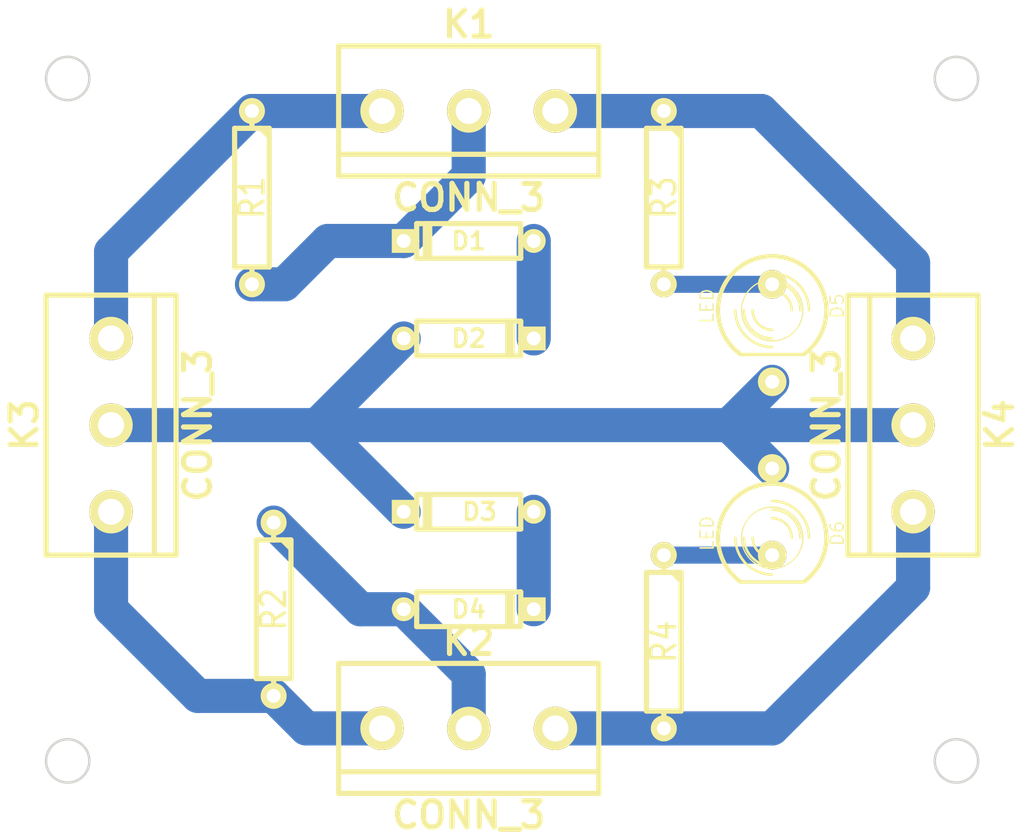
<source format=kicad_pcb>
(kicad_pcb (version 3) (host pcbnew "(2013-may-18)-stable")

  (general
    (links 21)
    (no_connects 0)
    (area 26.9306 23.7556 89.9094 75.9394)
    (thickness 1.6)
    (drawings 4)
    (tracks 41)
    (zones 0)
    (modules 14)
    (nets 12)
  )

  (page A3)
  (layers
    (15 F.Cu signal)
    (0 B.Cu signal)
    (17 F.Adhes user)
    (19 F.Paste user)
    (21 F.SilkS user)
    (23 F.Mask user)
    (28 Edge.Cuts user)
  )

  (setup
    (last_trace_width 2)
    (trace_clearance 2)
    (zone_clearance 0.508)
    (zone_45_only no)
    (trace_min 0.254)
    (segment_width 0.2)
    (edge_width 0.15)
    (via_size 0.889)
    (via_drill 0.635)
    (via_min_size 0.889)
    (via_min_drill 0.508)
    (uvia_size 0.508)
    (uvia_drill 0.127)
    (uvias_allowed no)
    (uvia_min_size 0.508)
    (uvia_min_drill 0.127)
    (pcb_text_width 0.3)
    (pcb_text_size 1 1)
    (mod_edge_width 0.15)
    (mod_text_size 1 1)
    (mod_text_width 0.15)
    (pad_size 2.54 2.54)
    (pad_drill 1.524)
    (pad_to_mask_clearance 0)
    (aux_axis_origin 0 0)
    (visible_elements FFFFFFBF)
    (pcbplotparams
      (layerselection 3178497)
      (usegerberextensions true)
      (excludeedgelayer true)
      (linewidth 0.150000)
      (plotframeref false)
      (viasonmask false)
      (mode 1)
      (useauxorigin false)
      (hpglpennumber 1)
      (hpglpenspeed 20)
      (hpglpendiameter 15)
      (hpglpenoverlay 2)
      (psnegative false)
      (psa4output false)
      (plotreference true)
      (plotvalue true)
      (plotothertext true)
      (plotinvisibletext false)
      (padsonsilk false)
      (subtractmaskfromsilk false)
      (outputformat 1)
      (mirror false)
      (drillshape 1)
      (scaleselection 1)
      (outputdirectory ""))
  )

  (net 0 "")
  (net 1 /+45)
  (net 2 /-45)
  (net 3 /N_B)
  (net 4 /N_E)
  (net 5 /P_B)
  (net 6 /P_E)
  (net 7 GND)
  (net 8 N-000001)
  (net 9 N-0000013)
  (net 10 N-000002)
  (net 11 N-000006)

  (net_class Default "This is the default net class."
    (clearance 2)
    (trace_width 2)
    (via_dia 0.889)
    (via_drill 0.635)
    (uvia_dia 0.508)
    (uvia_drill 0.127)
    (add_net "")
    (add_net /+45)
    (add_net /-45)
    (add_net /N_B)
    (add_net /N_E)
    (add_net /P_B)
    (add_net /P_E)
    (add_net GND)
    (add_net N-0000013)
    (add_net N-000006)
  )

  (net_class small ""
    (clearance 1)
    (trace_width 1)
    (via_dia 0.889)
    (via_drill 0.635)
    (uvia_dia 0.508)
    (uvia_drill 0.127)
    (add_net N-000001)
    (add_net N-000002)
  )

  (module R4 (layer F.Cu) (tedit 200000) (tstamp 5586F6E9)
    (at 43.18 36.83 270)
    (descr "Resitance 4 pas")
    (tags R)
    (path /5586F3B4)
    (autoplace_cost180 10)
    (fp_text reference R1 (at 0 0 270) (layer F.SilkS)
      (effects (font (size 1.397 1.27) (thickness 0.2032)))
    )
    (fp_text value R (at 0 0 270) (layer F.SilkS) hide
      (effects (font (size 1.397 1.27) (thickness 0.2032)))
    )
    (fp_line (start -5.08 0) (end -4.064 0) (layer F.SilkS) (width 0.3048))
    (fp_line (start -4.064 0) (end -4.064 -1.016) (layer F.SilkS) (width 0.3048))
    (fp_line (start -4.064 -1.016) (end 4.064 -1.016) (layer F.SilkS) (width 0.3048))
    (fp_line (start 4.064 -1.016) (end 4.064 1.016) (layer F.SilkS) (width 0.3048))
    (fp_line (start 4.064 1.016) (end -4.064 1.016) (layer F.SilkS) (width 0.3048))
    (fp_line (start -4.064 1.016) (end -4.064 0) (layer F.SilkS) (width 0.3048))
    (fp_line (start -4.064 -0.508) (end -3.556 -1.016) (layer F.SilkS) (width 0.3048))
    (fp_line (start 5.08 0) (end 4.064 0) (layer F.SilkS) (width 0.3048))
    (pad 1 thru_hole circle (at -5.08 0 270) (size 1.524 1.524) (drill 0.8128)
      (layers *.Cu *.Mask F.SilkS)
      (net 1 /+45)
    )
    (pad 2 thru_hole circle (at 5.08 0 270) (size 1.524 1.524) (drill 0.8128)
      (layers *.Cu *.Mask F.SilkS)
      (net 3 /N_B)
    )
    (model discret/resistor.wrl
      (at (xyz 0 0 0))
      (scale (xyz 0.4 0.4 0.4))
      (rotate (xyz 0 0 0))
    )
  )

  (module R4 (layer F.Cu) (tedit 200000) (tstamp 5586F6F7)
    (at 44.45 60.96 270)
    (descr "Resitance 4 pas")
    (tags R)
    (path /5586F3C1)
    (autoplace_cost180 10)
    (fp_text reference R2 (at 0 0 270) (layer F.SilkS)
      (effects (font (size 1.397 1.27) (thickness 0.2032)))
    )
    (fp_text value R (at 0 0 270) (layer F.SilkS) hide
      (effects (font (size 1.397 1.27) (thickness 0.2032)))
    )
    (fp_line (start -5.08 0) (end -4.064 0) (layer F.SilkS) (width 0.3048))
    (fp_line (start -4.064 0) (end -4.064 -1.016) (layer F.SilkS) (width 0.3048))
    (fp_line (start -4.064 -1.016) (end 4.064 -1.016) (layer F.SilkS) (width 0.3048))
    (fp_line (start 4.064 -1.016) (end 4.064 1.016) (layer F.SilkS) (width 0.3048))
    (fp_line (start 4.064 1.016) (end -4.064 1.016) (layer F.SilkS) (width 0.3048))
    (fp_line (start -4.064 1.016) (end -4.064 0) (layer F.SilkS) (width 0.3048))
    (fp_line (start -4.064 -0.508) (end -3.556 -1.016) (layer F.SilkS) (width 0.3048))
    (fp_line (start 5.08 0) (end 4.064 0) (layer F.SilkS) (width 0.3048))
    (pad 1 thru_hole circle (at -5.08 0 270) (size 1.524 1.524) (drill 0.8128)
      (layers *.Cu *.Mask F.SilkS)
      (net 5 /P_B)
    )
    (pad 2 thru_hole circle (at 5.08 0 270) (size 1.524 1.524) (drill 0.8128)
      (layers *.Cu *.Mask F.SilkS)
      (net 2 /-45)
    )
    (model discret/resistor.wrl
      (at (xyz 0 0 0))
      (scale (xyz 0.4 0.4 0.4))
      (rotate (xyz 0 0 0))
    )
  )

  (module R4 (layer F.Cu) (tedit 200000) (tstamp 5586F705)
    (at 67.31 36.83 270)
    (descr "Resitance 4 pas")
    (tags R)
    (path /5586F505)
    (autoplace_cost180 10)
    (fp_text reference R3 (at 0 0 270) (layer F.SilkS)
      (effects (font (size 1.397 1.27) (thickness 0.2032)))
    )
    (fp_text value R (at 0 0 270) (layer F.SilkS) hide
      (effects (font (size 1.397 1.27) (thickness 0.2032)))
    )
    (fp_line (start -5.08 0) (end -4.064 0) (layer F.SilkS) (width 0.3048))
    (fp_line (start -4.064 0) (end -4.064 -1.016) (layer F.SilkS) (width 0.3048))
    (fp_line (start -4.064 -1.016) (end 4.064 -1.016) (layer F.SilkS) (width 0.3048))
    (fp_line (start 4.064 -1.016) (end 4.064 1.016) (layer F.SilkS) (width 0.3048))
    (fp_line (start 4.064 1.016) (end -4.064 1.016) (layer F.SilkS) (width 0.3048))
    (fp_line (start -4.064 1.016) (end -4.064 0) (layer F.SilkS) (width 0.3048))
    (fp_line (start -4.064 -0.508) (end -3.556 -1.016) (layer F.SilkS) (width 0.3048))
    (fp_line (start 5.08 0) (end 4.064 0) (layer F.SilkS) (width 0.3048))
    (pad 1 thru_hole circle (at -5.08 0 270) (size 1.524 1.524) (drill 0.8128)
      (layers *.Cu *.Mask F.SilkS)
      (net 4 /N_E)
    )
    (pad 2 thru_hole circle (at 5.08 0 270) (size 1.524 1.524) (drill 0.8128)
      (layers *.Cu *.Mask F.SilkS)
      (net 10 N-000002)
    )
    (model discret/resistor.wrl
      (at (xyz 0 0 0))
      (scale (xyz 0.4 0.4 0.4))
      (rotate (xyz 0 0 0))
    )
  )

  (module R4 (layer F.Cu) (tedit 200000) (tstamp 5586F713)
    (at 67.31 62.865 270)
    (descr "Resitance 4 pas")
    (tags R)
    (path /5586F520)
    (autoplace_cost180 10)
    (fp_text reference R4 (at 0 0 270) (layer F.SilkS)
      (effects (font (size 1.397 1.27) (thickness 0.2032)))
    )
    (fp_text value R (at 0 0 270) (layer F.SilkS) hide
      (effects (font (size 1.397 1.27) (thickness 0.2032)))
    )
    (fp_line (start -5.08 0) (end -4.064 0) (layer F.SilkS) (width 0.3048))
    (fp_line (start -4.064 0) (end -4.064 -1.016) (layer F.SilkS) (width 0.3048))
    (fp_line (start -4.064 -1.016) (end 4.064 -1.016) (layer F.SilkS) (width 0.3048))
    (fp_line (start 4.064 -1.016) (end 4.064 1.016) (layer F.SilkS) (width 0.3048))
    (fp_line (start 4.064 1.016) (end -4.064 1.016) (layer F.SilkS) (width 0.3048))
    (fp_line (start -4.064 1.016) (end -4.064 0) (layer F.SilkS) (width 0.3048))
    (fp_line (start -4.064 -0.508) (end -3.556 -1.016) (layer F.SilkS) (width 0.3048))
    (fp_line (start 5.08 0) (end 4.064 0) (layer F.SilkS) (width 0.3048))
    (pad 1 thru_hole circle (at -5.08 0 270) (size 1.524 1.524) (drill 0.8128)
      (layers *.Cu *.Mask F.SilkS)
      (net 8 N-000001)
    )
    (pad 2 thru_hole circle (at 5.08 0 270) (size 1.524 1.524) (drill 0.8128)
      (layers *.Cu *.Mask F.SilkS)
      (net 6 /P_E)
    )
    (model discret/resistor.wrl
      (at (xyz 0 0 0))
      (scale (xyz 0.4 0.4 0.4))
      (rotate (xyz 0 0 0))
    )
  )

  (module D3 (layer F.Cu) (tedit 5586F7A6) (tstamp 5658A7E3)
    (at 55.88 45.085)
    (descr "Diode 3 pas")
    (tags "DIODE DEV")
    (path /5586F3D6)
    (fp_text reference D2 (at 0 0) (layer F.SilkS)
      (effects (font (size 1.016 1.016) (thickness 0.2032)))
    )
    (fp_text value ZENER (at 0 0) (layer F.SilkS) hide
      (effects (font (size 1.016 1.016) (thickness 0.2032)))
    )
    (fp_line (start 3.81 0) (end 3.048 0) (layer F.SilkS) (width 0.3048))
    (fp_line (start 3.048 0) (end 3.048 -1.016) (layer F.SilkS) (width 0.3048))
    (fp_line (start 3.048 -1.016) (end -3.048 -1.016) (layer F.SilkS) (width 0.3048))
    (fp_line (start -3.048 -1.016) (end -3.048 0) (layer F.SilkS) (width 0.3048))
    (fp_line (start -3.048 0) (end -3.81 0) (layer F.SilkS) (width 0.3048))
    (fp_line (start -3.048 0) (end -3.048 1.016) (layer F.SilkS) (width 0.3048))
    (fp_line (start -3.048 1.016) (end 3.048 1.016) (layer F.SilkS) (width 0.3048))
    (fp_line (start 3.048 1.016) (end 3.048 0) (layer F.SilkS) (width 0.3048))
    (fp_line (start 2.54 -1.016) (end 2.54 1.016) (layer F.SilkS) (width 0.3048))
    (fp_line (start 2.286 1.016) (end 2.286 -1.016) (layer F.SilkS) (width 0.3048))
    (pad 2 thru_hole rect (at 3.81 0) (size 1.397 1.397) (drill 0.8128)
      (layers *.Cu *.Mask F.SilkS)
      (net 9 N-0000013)
    )
    (pad 1 thru_hole circle (at -3.81 0) (size 1.397 1.397) (drill 0.8128)
      (layers *.Cu *.Mask F.SilkS)
      (net 7 GND)
    )
    (model discret/diode.wrl
      (at (xyz 0 0 0))
      (scale (xyz 0.3 0.3 0.3))
      (rotate (xyz 0 0 0))
    )
  )

  (module D3 (layer F.Cu) (tedit 5586F83B) (tstamp 5658A7C1)
    (at 55.88 39.37 180)
    (descr "Diode 3 pas")
    (tags "DIODE DEV")
    (path /5586F3E3)
    (fp_text reference D1 (at 0 0 180) (layer F.SilkS)
      (effects (font (size 1.016 1.016) (thickness 0.2032)))
    )
    (fp_text value ZENER (at 0 0 180) (layer F.SilkS) hide
      (effects (font (size 1.016 1.016) (thickness 0.2032)))
    )
    (fp_line (start 3.81 0) (end 3.048 0) (layer F.SilkS) (width 0.3048))
    (fp_line (start 3.048 0) (end 3.048 -1.016) (layer F.SilkS) (width 0.3048))
    (fp_line (start 3.048 -1.016) (end -3.048 -1.016) (layer F.SilkS) (width 0.3048))
    (fp_line (start -3.048 -1.016) (end -3.048 0) (layer F.SilkS) (width 0.3048))
    (fp_line (start -3.048 0) (end -3.81 0) (layer F.SilkS) (width 0.3048))
    (fp_line (start -3.048 0) (end -3.048 1.016) (layer F.SilkS) (width 0.3048))
    (fp_line (start -3.048 1.016) (end 3.048 1.016) (layer F.SilkS) (width 0.3048))
    (fp_line (start 3.048 1.016) (end 3.048 0) (layer F.SilkS) (width 0.3048))
    (fp_line (start 2.54 -1.016) (end 2.54 1.016) (layer F.SilkS) (width 0.3048))
    (fp_line (start 2.286 1.016) (end 2.286 -1.016) (layer F.SilkS) (width 0.3048))
    (pad 2 thru_hole rect (at 3.81 0 180) (size 1.397 1.397) (drill 0.8128)
      (layers *.Cu *.Mask F.SilkS)
      (net 3 /N_B)
    )
    (pad 1 thru_hole circle (at -3.81 0 180) (size 1.397 1.397) (drill 0.8128)
      (layers *.Cu *.Mask F.SilkS)
      (net 9 N-0000013)
    )
    (model discret/diode.wrl
      (at (xyz 0 0 0))
      (scale (xyz 0.3 0.3 0.3))
      (rotate (xyz 0 0 0))
    )
  )

  (module D3 (layer F.Cu) (tedit 200000) (tstamp 5586F75F)
    (at 55.88 60.96)
    (descr "Diode 3 pas")
    (tags "DIODE DEV")
    (path /5586F40C)
    (fp_text reference D4 (at 0 0) (layer F.SilkS)
      (effects (font (size 1.016 1.016) (thickness 0.2032)))
    )
    (fp_text value ZENER (at 0 0) (layer F.SilkS) hide
      (effects (font (size 1.016 1.016) (thickness 0.2032)))
    )
    (fp_line (start 3.81 0) (end 3.048 0) (layer F.SilkS) (width 0.3048))
    (fp_line (start 3.048 0) (end 3.048 -1.016) (layer F.SilkS) (width 0.3048))
    (fp_line (start 3.048 -1.016) (end -3.048 -1.016) (layer F.SilkS) (width 0.3048))
    (fp_line (start -3.048 -1.016) (end -3.048 0) (layer F.SilkS) (width 0.3048))
    (fp_line (start -3.048 0) (end -3.81 0) (layer F.SilkS) (width 0.3048))
    (fp_line (start -3.048 0) (end -3.048 1.016) (layer F.SilkS) (width 0.3048))
    (fp_line (start -3.048 1.016) (end 3.048 1.016) (layer F.SilkS) (width 0.3048))
    (fp_line (start 3.048 1.016) (end 3.048 0) (layer F.SilkS) (width 0.3048))
    (fp_line (start 2.54 -1.016) (end 2.54 1.016) (layer F.SilkS) (width 0.3048))
    (fp_line (start 2.286 1.016) (end 2.286 -1.016) (layer F.SilkS) (width 0.3048))
    (pad 2 thru_hole rect (at 3.81 0) (size 1.397 1.397) (drill 0.8128)
      (layers *.Cu *.Mask F.SilkS)
      (net 11 N-000006)
    )
    (pad 1 thru_hole circle (at -3.81 0) (size 1.397 1.397) (drill 0.8128)
      (layers *.Cu *.Mask F.SilkS)
      (net 5 /P_B)
    )
    (model discret/diode.wrl
      (at (xyz 0 0 0))
      (scale (xyz 0.3 0.3 0.3))
      (rotate (xyz 0 0 0))
    )
  )

  (module D3 (layer F.Cu) (tedit 5586F843) (tstamp 5586F76F)
    (at 55.88 55.245 180)
    (descr "Diode 3 pas")
    (tags "DIODE DEV")
    (path /5586F412)
    (fp_text reference D3 (at -0.635 0 180) (layer F.SilkS)
      (effects (font (size 1.016 1.016) (thickness 0.2032)))
    )
    (fp_text value ZENER (at 0 0 180) (layer F.SilkS) hide
      (effects (font (size 1.016 1.016) (thickness 0.2032)))
    )
    (fp_line (start 3.81 0) (end 3.048 0) (layer F.SilkS) (width 0.3048))
    (fp_line (start 3.048 0) (end 3.048 -1.016) (layer F.SilkS) (width 0.3048))
    (fp_line (start 3.048 -1.016) (end -3.048 -1.016) (layer F.SilkS) (width 0.3048))
    (fp_line (start -3.048 -1.016) (end -3.048 0) (layer F.SilkS) (width 0.3048))
    (fp_line (start -3.048 0) (end -3.81 0) (layer F.SilkS) (width 0.3048))
    (fp_line (start -3.048 0) (end -3.048 1.016) (layer F.SilkS) (width 0.3048))
    (fp_line (start -3.048 1.016) (end 3.048 1.016) (layer F.SilkS) (width 0.3048))
    (fp_line (start 3.048 1.016) (end 3.048 0) (layer F.SilkS) (width 0.3048))
    (fp_line (start 2.54 -1.016) (end 2.54 1.016) (layer F.SilkS) (width 0.3048))
    (fp_line (start 2.286 1.016) (end 2.286 -1.016) (layer F.SilkS) (width 0.3048))
    (pad 2 thru_hole rect (at 3.81 0 180) (size 1.397 1.397) (drill 0.8128)
      (layers *.Cu *.Mask F.SilkS)
      (net 7 GND)
    )
    (pad 1 thru_hole circle (at -3.81 0 180) (size 1.397 1.397) (drill 0.8128)
      (layers *.Cu *.Mask F.SilkS)
      (net 11 N-000006)
    )
    (model discret/diode.wrl
      (at (xyz 0 0 0))
      (scale (xyz 0.3 0.3 0.3))
      (rotate (xyz 0 0 0))
    )
  )

  (module bornier3 (layer F.Cu) (tedit 5586FA78) (tstamp 5586F77B)
    (at 55.88 31.75)
    (descr "Bornier d'alimentation 3 pins")
    (tags DEV)
    (path /5586F6C5)
    (fp_text reference K1 (at 0 -5.08) (layer F.SilkS)
      (effects (font (size 1.524 1.524) (thickness 0.3048)))
    )
    (fp_text value CONN_3 (at 0 5.08) (layer F.SilkS)
      (effects (font (size 1.524 1.524) (thickness 0.3048)))
    )
    (fp_line (start -7.62 3.81) (end -7.62 -3.81) (layer F.SilkS) (width 0.3048))
    (fp_line (start 7.62 3.81) (end 7.62 -3.81) (layer F.SilkS) (width 0.3048))
    (fp_line (start -7.62 2.54) (end 7.62 2.54) (layer F.SilkS) (width 0.3048))
    (fp_line (start -7.62 -3.81) (end 7.62 -3.81) (layer F.SilkS) (width 0.3048))
    (fp_line (start -7.62 3.81) (end 7.62 3.81) (layer F.SilkS) (width 0.3048))
    (pad 1 thru_hole circle (at -5.08 0) (size 2.54 2.54) (drill 1.524)
      (layers *.Cu *.Mask F.SilkS)
      (net 1 /+45)
    )
    (pad 2 thru_hole circle (at 0 0) (size 2.54 2.54) (drill 1.524)
      (layers *.Cu *.Mask F.SilkS)
      (net 3 /N_B)
    )
    (pad 3 thru_hole circle (at 5.08 0) (size 2.54 2.54) (drill 1.524)
      (layers *.Cu *.Mask F.SilkS)
      (net 4 /N_E)
    )
    (model device/bornier_3.wrl
      (at (xyz 0 0 0))
      (scale (xyz 1 1 1))
      (rotate (xyz 0 0 0))
    )
  )

  (module bornier3 (layer F.Cu) (tedit 5586FA73) (tstamp 5586F787)
    (at 55.88 67.945)
    (descr "Bornier d'alimentation 3 pins")
    (tags DEV)
    (path /5586F6D2)
    (fp_text reference K2 (at 0 -5.08) (layer F.SilkS)
      (effects (font (size 1.524 1.524) (thickness 0.3048)))
    )
    (fp_text value CONN_3 (at 0 5.08) (layer F.SilkS)
      (effects (font (size 1.524 1.524) (thickness 0.3048)))
    )
    (fp_line (start -7.62 3.81) (end -7.62 -3.81) (layer F.SilkS) (width 0.3048))
    (fp_line (start 7.62 3.81) (end 7.62 -3.81) (layer F.SilkS) (width 0.3048))
    (fp_line (start -7.62 2.54) (end 7.62 2.54) (layer F.SilkS) (width 0.3048))
    (fp_line (start -7.62 -3.81) (end 7.62 -3.81) (layer F.SilkS) (width 0.3048))
    (fp_line (start -7.62 3.81) (end 7.62 3.81) (layer F.SilkS) (width 0.3048))
    (pad 1 thru_hole circle (at -5.08 0) (size 2.54 2.54) (drill 1.524)
      (layers *.Cu *.Mask F.SilkS)
      (net 2 /-45)
    )
    (pad 2 thru_hole circle (at 0 0) (size 2.54 2.54) (drill 1.524)
      (layers *.Cu *.Mask F.SilkS)
      (net 5 /P_B)
    )
    (pad 3 thru_hole circle (at 5.08 0) (size 2.54 2.54) (drill 1.524)
      (layers *.Cu *.Mask F.SilkS)
      (net 6 /P_E)
    )
    (model device/bornier_3.wrl
      (at (xyz 0 0 0))
      (scale (xyz 1 1 1))
      (rotate (xyz 0 0 0))
    )
  )

  (module bornier3 (layer F.Cu) (tedit 5586FA66) (tstamp 5586F793)
    (at 34.925 50.165 90)
    (descr "Bornier d'alimentation 3 pins")
    (tags DEV)
    (path /5586F8C1)
    (fp_text reference K3 (at 0 -5.08 90) (layer F.SilkS)
      (effects (font (size 1.524 1.524) (thickness 0.3048)))
    )
    (fp_text value CONN_3 (at 0 5.08 90) (layer F.SilkS)
      (effects (font (size 1.524 1.524) (thickness 0.3048)))
    )
    (fp_line (start -7.62 3.81) (end -7.62 -3.81) (layer F.SilkS) (width 0.3048))
    (fp_line (start 7.62 3.81) (end 7.62 -3.81) (layer F.SilkS) (width 0.3048))
    (fp_line (start -7.62 2.54) (end 7.62 2.54) (layer F.SilkS) (width 0.3048))
    (fp_line (start -7.62 -3.81) (end 7.62 -3.81) (layer F.SilkS) (width 0.3048))
    (fp_line (start -7.62 3.81) (end 7.62 3.81) (layer F.SilkS) (width 0.3048))
    (pad 1 thru_hole circle (at -5.08 0 90) (size 2.54 2.54) (drill 1.524)
      (layers *.Cu *.Mask F.SilkS)
      (net 2 /-45)
    )
    (pad 2 thru_hole circle (at 0 0 90) (size 2.54 2.54) (drill 1.524)
      (layers *.Cu *.Mask F.SilkS)
      (net 7 GND)
    )
    (pad 3 thru_hole circle (at 5.08 0 90) (size 2.54 2.54) (drill 1.524)
      (layers *.Cu *.Mask F.SilkS)
      (net 1 /+45)
    )
    (model device/bornier_3.wrl
      (at (xyz 0 0 0))
      (scale (xyz 1 1 1))
      (rotate (xyz 0 0 0))
    )
  )

  (module bornier3 (layer F.Cu) (tedit 5586FA6E) (tstamp 5586F79F)
    (at 81.915 50.165 270)
    (descr "Bornier d'alimentation 3 pins")
    (tags DEV)
    (path /5586F8C7)
    (fp_text reference K4 (at 0 -5.08 270) (layer F.SilkS)
      (effects (font (size 1.524 1.524) (thickness 0.3048)))
    )
    (fp_text value CONN_3 (at 0 5.08 270) (layer F.SilkS)
      (effects (font (size 1.524 1.524) (thickness 0.3048)))
    )
    (fp_line (start -7.62 3.81) (end -7.62 -3.81) (layer F.SilkS) (width 0.3048))
    (fp_line (start 7.62 3.81) (end 7.62 -3.81) (layer F.SilkS) (width 0.3048))
    (fp_line (start -7.62 2.54) (end 7.62 2.54) (layer F.SilkS) (width 0.3048))
    (fp_line (start -7.62 -3.81) (end 7.62 -3.81) (layer F.SilkS) (width 0.3048))
    (fp_line (start -7.62 3.81) (end 7.62 3.81) (layer F.SilkS) (width 0.3048))
    (pad 1 thru_hole circle (at -5.08 0 270) (size 2.54 2.54) (drill 1.524)
      (layers *.Cu *.Mask F.SilkS)
      (net 4 /N_E)
    )
    (pad 2 thru_hole circle (at 0 0 270) (size 2.54 2.54) (drill 1.524)
      (layers *.Cu *.Mask F.SilkS)
      (net 7 GND)
    )
    (pad 3 thru_hole circle (at 5.08 0 270) (size 2.54 2.54) (drill 1.524)
      (layers *.Cu *.Mask F.SilkS)
      (net 6 /P_E)
    )
    (model device/bornier_3.wrl
      (at (xyz 0 0 0))
      (scale (xyz 1 1 1))
      (rotate (xyz 0 0 0))
    )
  )

  (module LED-5MM (layer F.Cu) (tedit 5586F9C7) (tstamp 5586F721)
    (at 73.66 43.18 270)
    (descr "LED 5mm - Lead pitch 100mil (2,54mm)")
    (tags "LED led 5mm 5MM 100mil 2,54mm")
    (path /5586F50D)
    (fp_text reference D5 (at 0 -3.81 270) (layer F.SilkS)
      (effects (font (size 0.762 0.762) (thickness 0.0889)))
    )
    (fp_text value LED (at 0 3.81 270) (layer F.SilkS)
      (effects (font (size 0.762 0.762) (thickness 0.0889)))
    )
    (fp_line (start 2.8448 1.905) (end 2.8448 -1.905) (layer F.SilkS) (width 0.2032))
    (fp_circle (center 0.254 0) (end -1.016 1.27) (layer F.SilkS) (width 0.0762))
    (fp_arc (start 0.254 0) (end 2.794 1.905) (angle 286.2) (layer F.SilkS) (width 0.254))
    (fp_arc (start 0.254 0) (end -0.889 0) (angle 90) (layer F.SilkS) (width 0.1524))
    (fp_arc (start 0.254 0) (end 1.397 0) (angle 90) (layer F.SilkS) (width 0.1524))
    (fp_arc (start 0.254 0) (end -1.397 0) (angle 90) (layer F.SilkS) (width 0.1524))
    (fp_arc (start 0.254 0) (end 1.905 0) (angle 90) (layer F.SilkS) (width 0.1524))
    (fp_arc (start 0.254 0) (end -1.905 0) (angle 90) (layer F.SilkS) (width 0.1524))
    (fp_arc (start 0.254 0) (end 2.413 0) (angle 90) (layer F.SilkS) (width 0.1524))
    (pad 1 thru_hole circle (at -1.27 0 270) (size 1.6764 1.6764) (drill 0.8128)
      (layers *.Cu *.Mask F.SilkS)
      (net 10 N-000002)
    )
    (pad 2 thru_hole circle (at 4.445 0 270) (size 1.6764 1.6764) (drill 0.8128)
      (layers *.Cu *.Mask F.SilkS)
      (net 7 GND)
    )
    (model discret/leds/led5_vertical_verde.wrl
      (at (xyz 0 0 0))
      (scale (xyz 1 1 1))
      (rotate (xyz 0 0 0))
    )
  )

  (module LED-5MM (layer F.Cu) (tedit 5586F9B9) (tstamp 5586F72F)
    (at 73.66 56.515 270)
    (descr "LED 5mm - Lead pitch 100mil (2,54mm)")
    (tags "LED led 5mm 5MM 100mil 2,54mm")
    (path /5586F51A)
    (fp_text reference D6 (at 0 -3.81 270) (layer F.SilkS)
      (effects (font (size 0.762 0.762) (thickness 0.0889)))
    )
    (fp_text value LED (at 0 3.81 270) (layer F.SilkS)
      (effects (font (size 0.762 0.762) (thickness 0.0889)))
    )
    (fp_line (start 2.8448 1.905) (end 2.8448 -1.905) (layer F.SilkS) (width 0.2032))
    (fp_circle (center 0.254 0) (end -1.016 1.27) (layer F.SilkS) (width 0.0762))
    (fp_arc (start 0.254 0) (end 2.794 1.905) (angle 286.2) (layer F.SilkS) (width 0.254))
    (fp_arc (start 0.254 0) (end -0.889 0) (angle 90) (layer F.SilkS) (width 0.1524))
    (fp_arc (start 0.254 0) (end 1.397 0) (angle 90) (layer F.SilkS) (width 0.1524))
    (fp_arc (start 0.254 0) (end -1.397 0) (angle 90) (layer F.SilkS) (width 0.1524))
    (fp_arc (start 0.254 0) (end 1.905 0) (angle 90) (layer F.SilkS) (width 0.1524))
    (fp_arc (start 0.254 0) (end -1.905 0) (angle 90) (layer F.SilkS) (width 0.1524))
    (fp_arc (start 0.254 0) (end 2.413 0) (angle 90) (layer F.SilkS) (width 0.1524))
    (pad 1 thru_hole circle (at -3.81 0 270) (size 1.6764 1.6764) (drill 0.8128)
      (layers *.Cu *.Mask F.SilkS)
      (net 7 GND)
    )
    (pad 2 thru_hole circle (at 1.27 0 270) (size 1.6764 1.6764) (drill 0.8128)
      (layers *.Cu *.Mask F.SilkS)
      (net 8 N-000001)
    )
    (model discret/leds/led5_vertical_verde.wrl
      (at (xyz 0 0 0))
      (scale (xyz 1 1 1))
      (rotate (xyz 0 0 0))
    )
  )

  (gr_circle (center 84.455 29.845) (end 85.725 29.845) (layer Edge.Cuts) (width 0.15))
  (gr_circle (center 84.455 69.85) (end 85.725 69.85) (layer Edge.Cuts) (width 0.15))
  (gr_circle (center 32.385 69.85) (end 33.655 69.85) (layer Edge.Cuts) (width 0.15))
  (gr_circle (center 32.385 29.845) (end 33.655 29.845) (layer Edge.Cuts) (width 0.15))

  (segment (start 43.18 31.75) (end 50.8 31.75) (width 2) (layer B.Cu) (net 1))
  (segment (start 34.925 45.085) (end 34.925 40.005) (width 2) (layer B.Cu) (net 1))
  (segment (start 34.925 40.005) (end 43.18 31.75) (width 2) (layer B.Cu) (net 1) (tstamp 5658A760))
  (segment (start 34.925 55.245) (end 34.925 60.96) (width 2) (layer B.Cu) (net 2))
  (segment (start 40.005 66.04) (end 44.45 66.04) (width 2) (layer B.Cu) (net 2) (tstamp 5586FAD9))
  (segment (start 34.925 60.96) (end 40.005 66.04) (width 2) (layer B.Cu) (net 2) (tstamp 5586FAD5))
  (segment (start 44.45 66.04) (end 46.355 67.945) (width 2) (layer B.Cu) (net 2))
  (segment (start 46.355 67.945) (end 50.8 67.945) (width 2) (layer B.Cu) (net 2) (tstamp 5586F9B7))
  (segment (start 43.18 41.91) (end 45.085 41.91) (width 2) (layer B.Cu) (net 3))
  (segment (start 45.085 41.91) (end 47.625 39.37) (width 2) (layer B.Cu) (net 3) (tstamp 5658A76D))
  (segment (start 47.625 39.37) (end 52.07 39.37) (width 2) (layer B.Cu) (net 3) (tstamp 5658A76E))
  (segment (start 55.88 31.75) (end 55.88 35.56) (width 2) (layer B.Cu) (net 3))
  (segment (start 55.88 35.56) (end 52.07 39.37) (width 2) (layer B.Cu) (net 3) (tstamp 5658A766))
  (segment (start 55.88 35.56) (end 52.07 39.37) (width 2) (layer B.Cu) (net 3) (tstamp 5586F9BD))
  (segment (start 67.31 31.75) (end 73.025 31.75) (width 2) (layer B.Cu) (net 4))
  (segment (start 81.915 40.64) (end 81.915 45.085) (width 2) (layer B.Cu) (net 4) (tstamp 5586FA2C))
  (segment (start 73.025 31.75) (end 81.915 40.64) (width 2) (layer B.Cu) (net 4) (tstamp 5586FA2B))
  (segment (start 60.96 31.75) (end 67.31 31.75) (width 2) (layer B.Cu) (net 4))
  (segment (start 52.07 60.96) (end 55.88 64.77) (width 2) (layer B.Cu) (net 5))
  (segment (start 55.88 64.77) (end 55.88 67.945) (width 2) (layer B.Cu) (net 5) (tstamp 5586FA09))
  (segment (start 44.45 55.88) (end 49.53 60.96) (width 2) (layer B.Cu) (net 5))
  (segment (start 49.53 60.96) (end 52.07 60.96) (width 2) (layer B.Cu) (net 5) (tstamp 5586FA06))
  (segment (start 67.31 67.945) (end 73.66 67.945) (width 2) (layer B.Cu) (net 6))
  (segment (start 81.915 59.69) (end 81.915 55.245) (width 2) (layer B.Cu) (net 6) (tstamp 5586FA30))
  (segment (start 73.66 67.945) (end 81.915 59.69) (width 2) (layer B.Cu) (net 6) (tstamp 5586FA2F))
  (segment (start 60.96 67.945) (end 67.31 67.945) (width 2) (layer B.Cu) (net 6))
  (segment (start 34.925 50.165) (end 37.465 50.165) (width 2) (layer B.Cu) (net 7) (status 400000))
  (segment (start 37.465 50.165) (end 46.99 50.165) (width 2) (layer B.Cu) (net 7))
  (segment (start 71.4375 49.8475) (end 71.4375 50.4825) (width 2) (layer B.Cu) (net 7))
  (segment (start 71.4375 50.4825) (end 73.66 52.705) (width 2) (layer B.Cu) (net 7) (tstamp 5586FA73))
  (segment (start 73.66 47.625) (end 71.4375 49.8475) (width 2) (layer B.Cu) (net 7))
  (segment (start 71.4375 49.8475) (end 71.12 50.165) (width 2) (layer B.Cu) (net 7) (tstamp 5586FA71))
  (segment (start 71.12 50.165) (end 71.755 50.165) (width 2) (layer B.Cu) (net 7) (tstamp 5586FA6C))
  (segment (start 46.99 50.165) (end 52.07 55.245) (width 2) (layer B.Cu) (net 7))
  (segment (start 52.07 45.085) (end 46.99 50.165) (width 2) (layer B.Cu) (net 7))
  (segment (start 46.99 50.165) (end 71.755 50.165) (width 2) (layer B.Cu) (net 7) (tstamp 5586F9C8))
  (segment (start 71.755 50.165) (end 81.915 50.165) (width 2) (layer B.Cu) (net 7) (tstamp 5586FA6F))
  (segment (start 67.31 57.785) (end 73.66 57.785) (width 1) (layer B.Cu) (net 8))
  (segment (start 59.69 39.37) (end 59.69 45.085) (width 2) (layer B.Cu) (net 9))
  (segment (start 67.31 41.91) (end 73.66 41.91) (width 1) (layer B.Cu) (net 10))
  (segment (start 59.69 60.96) (end 59.69 55.245) (width 2) (layer B.Cu) (net 11))

  (zone (net 7) (net_name GND) (layer B.Cu) (tstamp 5586FA76) (hatch edge 0.508)
    (connect_pads yes (clearance 0.508))
    (min_thickness 0.254)
    (fill (arc_segments 16) (thermal_gap 0.508) (thermal_bridge_width 0.508))
    (polygon
      (pts
        (xy 87.63 73.66) (xy 28.575 73.66) (xy 28.575 26.035) (xy 87.63 26.035)
      )
    )
  )
)

</source>
